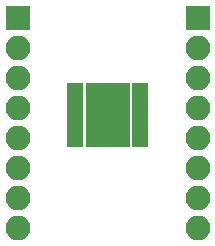
<source format=gbr>
G04 #@! TF.GenerationSoftware,KiCad,Pcbnew,(5.0.0)*
G04 #@! TF.CreationDate,2020-02-18T16:56:27+01:00*
G04 #@! TF.ProjectId,Test multiplexeur analogique,54657374206D756C7469706C65786575,rev?*
G04 #@! TF.SameCoordinates,Original*
G04 #@! TF.FileFunction,Soldermask,Top*
G04 #@! TF.FilePolarity,Negative*
%FSLAX46Y46*%
G04 Gerber Fmt 4.6, Leading zero omitted, Abs format (unit mm)*
G04 Created by KiCad (PCBNEW (5.0.0)) date 02/18/20 16:56:27*
%MOMM*%
%LPD*%
G01*
G04 APERTURE LIST*
%ADD10O,2.100000X2.100000*%
%ADD11R,2.100000X2.100000*%
%ADD12R,3.800000X5.400000*%
%ADD13R,1.450000X0.850000*%
G04 APERTURE END LIST*
D10*
G04 #@! TO.C,J1*
X152400000Y-99060000D03*
X152400000Y-96520000D03*
X152400000Y-93980000D03*
X152400000Y-91440000D03*
X152400000Y-88900000D03*
X152400000Y-86360000D03*
X152400000Y-83820000D03*
D11*
X152400000Y-81280000D03*
G04 #@! TD*
G04 #@! TO.C,J2*
X167640000Y-81280000D03*
D10*
X167640000Y-83820000D03*
X167640000Y-86360000D03*
X167640000Y-88900000D03*
X167640000Y-91440000D03*
X167640000Y-93980000D03*
X167640000Y-96520000D03*
X167640000Y-99060000D03*
G04 #@! TD*
D12*
G04 #@! TO.C,U1*
X160020000Y-89525000D03*
D13*
X162795000Y-87250000D03*
X162795000Y-87900000D03*
X162795000Y-88550000D03*
X162795000Y-89200000D03*
X162795000Y-89850000D03*
X162795000Y-90500000D03*
X162795000Y-91150000D03*
X162795000Y-91800000D03*
X157245000Y-91800000D03*
X157245000Y-91150000D03*
X157245000Y-90500000D03*
X157245000Y-89850000D03*
X157245000Y-89200000D03*
X157245000Y-88550000D03*
X157245000Y-87900000D03*
X157245000Y-87250000D03*
G04 #@! TD*
M02*

</source>
